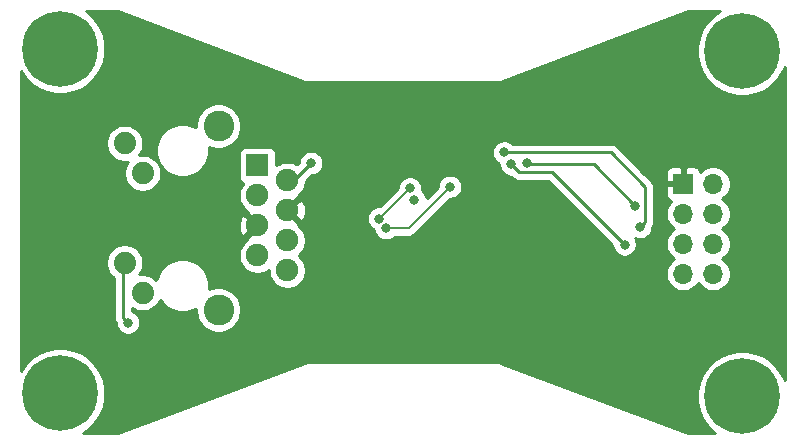
<source format=gbr>
%TF.GenerationSoftware,KiCad,Pcbnew,(5.1.6)-1*%
%TF.CreationDate,2020-09-26T17:15:15+05:30*%
%TF.ProjectId,ENC28J60_Dev_Board,454e4332-384a-4363-905f-4465765f426f,rev?*%
%TF.SameCoordinates,Original*%
%TF.FileFunction,Copper,L2,Bot*%
%TF.FilePolarity,Positive*%
%FSLAX46Y46*%
G04 Gerber Fmt 4.6, Leading zero omitted, Abs format (unit mm)*
G04 Created by KiCad (PCBNEW (5.1.6)-1) date 2020-09-26 17:15:15*
%MOMM*%
%LPD*%
G01*
G04 APERTURE LIST*
%TA.AperFunction,ComponentPad*%
%ADD10C,6.400000*%
%TD*%
%TA.AperFunction,ComponentPad*%
%ADD11C,0.800000*%
%TD*%
%TA.AperFunction,ComponentPad*%
%ADD12R,1.900000X1.900000*%
%TD*%
%TA.AperFunction,ComponentPad*%
%ADD13C,1.900000*%
%TD*%
%TA.AperFunction,ComponentPad*%
%ADD14C,1.890000*%
%TD*%
%TA.AperFunction,ComponentPad*%
%ADD15C,2.600000*%
%TD*%
%TA.AperFunction,ComponentPad*%
%ADD16R,1.700000X1.700000*%
%TD*%
%TA.AperFunction,ComponentPad*%
%ADD17O,1.700000X1.700000*%
%TD*%
%TA.AperFunction,ViaPad*%
%ADD18C,0.800000*%
%TD*%
%TA.AperFunction,Conductor*%
%ADD19C,0.250000*%
%TD*%
%TA.AperFunction,Conductor*%
%ADD20C,0.200000*%
%TD*%
%TA.AperFunction,Conductor*%
%ADD21C,0.254000*%
%TD*%
G04 APERTURE END LIST*
D10*
%TO.P,H1,1*%
%TO.N,N/C*%
X87000000Y-109000000D03*
D11*
X84600000Y-109000000D03*
X85302944Y-107302944D03*
X87000000Y-106600000D03*
X88697056Y-107302944D03*
X89400000Y-109000000D03*
X88697056Y-110697056D03*
X87000000Y-111400000D03*
X85302944Y-110697056D03*
%TD*%
%TO.P,H2,1*%
%TO.N,N/C*%
X143052944Y-110947056D03*
X144750000Y-111650000D03*
X146447056Y-110947056D03*
X147150000Y-109250000D03*
X146447056Y-107552944D03*
X144750000Y-106850000D03*
X143052944Y-107552944D03*
X142350000Y-109250000D03*
D10*
X144750000Y-109250000D03*
%TD*%
%TO.P,H3,1*%
%TO.N,N/C*%
X144750000Y-80000000D03*
D11*
X147150000Y-80000000D03*
X146447056Y-81697056D03*
X144750000Y-82400000D03*
X143052944Y-81697056D03*
X142350000Y-80000000D03*
X143052944Y-78302944D03*
X144750000Y-77600000D03*
X146447056Y-78302944D03*
%TD*%
%TO.P,H4,1*%
%TO.N,N/C*%
X88697056Y-78102944D03*
X87000000Y-77400000D03*
X85302944Y-78102944D03*
X84600000Y-79800000D03*
X85302944Y-81497056D03*
X87000000Y-82200000D03*
X88697056Y-81497056D03*
X89400000Y-79800000D03*
D10*
X87000000Y-79800000D03*
%TD*%
D12*
%TO.P,J1,R1*%
%TO.N,TD+*%
X103700000Y-89700000D03*
D13*
%TO.P,J1,R2*%
%TO.N,TD-*%
X106240000Y-90970000D03*
%TO.P,J1,R3*%
%TO.N,RD+*%
X103700000Y-92240000D03*
%TO.P,J1,R4*%
%TO.N,+3V3*%
X106240000Y-93510000D03*
%TO.P,J1,R5*%
X103700000Y-94780000D03*
%TO.P,J1,R6*%
%TO.N,RD-*%
X106240000Y-96050000D03*
%TO.P,J1,R7*%
%TO.N,Net-(J1-PadR7)*%
X103700000Y-97320000D03*
%TO.P,J1,R8*%
%TO.N,GND*%
X106240000Y-98590000D03*
D14*
%TO.P,J1,L1*%
%TO.N,LEDB*%
X93980000Y-100470000D03*
%TO.P,J1,L2*%
%TO.N,Net-(J1-PadL2)*%
X92460000Y-97930000D03*
%TO.P,J1,L3*%
%TO.N,Net-(J1-PadL3)*%
X93980000Y-90360000D03*
%TO.P,J1,L4*%
%TO.N,LEDA*%
X92460000Y-87820000D03*
D15*
%TO.P,J1,13*%
%TO.N,GND*%
X100410000Y-86370000D03*
X100410000Y-101920000D03*
%TD*%
D16*
%TO.P,J2,1*%
%TO.N,+3V3*%
X139750000Y-91250000D03*
D17*
%TO.P,J2,2*%
%TO.N,MOSI*%
X142290000Y-91250000D03*
%TO.P,J2,3*%
%TO.N,MISO*%
X139750000Y-93790000D03*
%TO.P,J2,4*%
%TO.N,SCK*%
X142290000Y-93790000D03*
%TO.P,J2,5*%
%TO.N,RESET*%
X139750000Y-96330000D03*
%TO.P,J2,6*%
%TO.N,INT*%
X142290000Y-96330000D03*
%TO.P,J2,7*%
%TO.N,nCS*%
X139750000Y-98870000D03*
%TO.P,J2,8*%
%TO.N,GND*%
X142290000Y-98870000D03*
%TD*%
D18*
%TO.N,+3V3*%
X121750000Y-100750000D03*
X129750000Y-97250000D03*
X131250000Y-95750000D03*
X119250000Y-85500000D03*
X112250000Y-87000000D03*
X113750000Y-87250000D03*
X115250000Y-87500000D03*
X116750000Y-87500000D03*
X118500000Y-87250000D03*
X121600000Y-98400000D03*
X121200000Y-94350000D03*
%TO.N,GND*%
X117000000Y-92600000D03*
%TO.N,TD-*%
X108250000Y-89500000D03*
%TO.N,RD+*%
X116618812Y-91638724D03*
X114000000Y-94200000D03*
%TO.N,RD-*%
X120000000Y-91500000D03*
X114600000Y-95000000D03*
%TO.N,Net-(J1-PadL2)*%
X92750000Y-103000000D03*
%TO.N,SCK*%
X135687347Y-93112653D03*
X126552829Y-89513523D03*
%TO.N,RESET*%
X136100000Y-94900000D03*
X124600000Y-88600000D03*
%TO.N,nCS*%
X134800000Y-96400000D03*
X125200000Y-89600000D03*
%TD*%
D19*
%TO.N,TD-*%
X106780000Y-90970000D02*
X106240000Y-90970000D01*
X108250000Y-89500000D02*
X106780000Y-90970000D01*
D20*
%TO.N,RD+*%
X114057536Y-94200000D02*
X114000000Y-94200000D01*
X114493812Y-93763724D02*
X114057536Y-94200000D01*
X116618812Y-91638724D02*
X114493812Y-93763724D01*
%TO.N,RD-*%
X116500000Y-95000000D02*
X114600000Y-95000000D01*
X120000000Y-91500000D02*
X116500000Y-95000000D01*
D19*
%TO.N,Net-(J1-PadL2)*%
X92350001Y-98039999D02*
X92460000Y-97930000D01*
X92350001Y-102600001D02*
X92350001Y-98039999D01*
X92750000Y-103000000D02*
X92350001Y-102600001D01*
%TO.N,SCK*%
X135687347Y-93112653D02*
X132174694Y-89600000D01*
X132174694Y-89600000D02*
X126639306Y-89600000D01*
X126639306Y-89600000D02*
X126552829Y-89513523D01*
%TO.N,RESET*%
X136499999Y-94500001D02*
X136499999Y-91499999D01*
X136100000Y-94900000D02*
X136499999Y-94500001D01*
X136499999Y-91499999D02*
X133600000Y-88600000D01*
X133600000Y-88600000D02*
X124600000Y-88600000D01*
%TO.N,nCS*%
X125838524Y-90238524D02*
X125200000Y-89600000D01*
X134800000Y-96400000D02*
X128638524Y-90238524D01*
X128638524Y-90238524D02*
X125838524Y-90238524D01*
%TD*%
D21*
%TO.N,+3V3*%
G36*
X107727387Y-82602651D02*
G01*
X107746207Y-82612710D01*
X107788104Y-82625420D01*
X107798612Y-82629360D01*
X107819128Y-82634831D01*
X107870617Y-82650450D01*
X107881853Y-82651557D01*
X107892756Y-82654464D01*
X107946428Y-82657917D01*
X107967581Y-82660000D01*
X107978814Y-82660000D01*
X108022496Y-82662810D01*
X108043644Y-82660000D01*
X123956356Y-82660000D01*
X123977504Y-82662810D01*
X124021186Y-82660000D01*
X124032419Y-82660000D01*
X124053573Y-82657917D01*
X124107243Y-82654464D01*
X124118145Y-82651557D01*
X124129383Y-82650450D01*
X124180885Y-82634827D01*
X124201386Y-82629360D01*
X124211885Y-82625423D01*
X124253793Y-82612710D01*
X124272617Y-82602648D01*
X140119682Y-76660000D01*
X142845845Y-76660000D01*
X142305330Y-77021161D01*
X141771161Y-77555330D01*
X141351467Y-78183446D01*
X141062377Y-78881372D01*
X140915000Y-79622285D01*
X140915000Y-80377715D01*
X141062377Y-81118628D01*
X141351467Y-81816554D01*
X141771161Y-82444670D01*
X142305330Y-82978839D01*
X142933446Y-83398533D01*
X143631372Y-83687623D01*
X144372285Y-83835000D01*
X145127715Y-83835000D01*
X145868628Y-83687623D01*
X146566554Y-83398533D01*
X147194670Y-82978839D01*
X147728839Y-82444670D01*
X148148533Y-81816554D01*
X148340000Y-81354311D01*
X148340001Y-107895691D01*
X148148533Y-107433446D01*
X147728839Y-106805330D01*
X147194670Y-106271161D01*
X146566554Y-105851467D01*
X145868628Y-105562377D01*
X145127715Y-105415000D01*
X144372285Y-105415000D01*
X143631372Y-105562377D01*
X142933446Y-105851467D01*
X142305330Y-106271161D01*
X141771161Y-106805330D01*
X141351467Y-107433446D01*
X141062377Y-108131372D01*
X140915000Y-108872285D01*
X140915000Y-109627715D01*
X141062377Y-110368628D01*
X141351467Y-111066554D01*
X141771161Y-111694670D01*
X142305330Y-112228839D01*
X142471694Y-112340000D01*
X140119682Y-112340000D01*
X124272617Y-106397352D01*
X124253793Y-106387290D01*
X124211885Y-106374577D01*
X124201386Y-106370640D01*
X124180885Y-106365173D01*
X124129383Y-106349550D01*
X124118145Y-106348443D01*
X124107243Y-106345536D01*
X124053573Y-106342083D01*
X124032419Y-106340000D01*
X124021186Y-106340000D01*
X123977504Y-106337190D01*
X123956356Y-106340000D01*
X108043644Y-106340000D01*
X108022496Y-106337190D01*
X107978814Y-106340000D01*
X107967581Y-106340000D01*
X107946428Y-106342083D01*
X107892756Y-106345536D01*
X107881853Y-106348443D01*
X107870617Y-106349550D01*
X107819128Y-106365169D01*
X107798612Y-106370640D01*
X107788104Y-106374580D01*
X107746207Y-106387290D01*
X107727387Y-106397349D01*
X91880320Y-112340000D01*
X88904155Y-112340000D01*
X89444670Y-111978839D01*
X89978839Y-111444670D01*
X90398533Y-110816554D01*
X90687623Y-110118628D01*
X90835000Y-109377715D01*
X90835000Y-108622285D01*
X90687623Y-107881372D01*
X90398533Y-107183446D01*
X89978839Y-106555330D01*
X89444670Y-106021161D01*
X88816554Y-105601467D01*
X88118628Y-105312377D01*
X87377715Y-105165000D01*
X86622285Y-105165000D01*
X85881372Y-105312377D01*
X85183446Y-105601467D01*
X84555330Y-106021161D01*
X84021161Y-106555330D01*
X83660000Y-107095845D01*
X83660000Y-97774384D01*
X90880000Y-97774384D01*
X90880000Y-98085616D01*
X90940718Y-98390869D01*
X91059822Y-98678411D01*
X91232734Y-98937191D01*
X91452809Y-99157266D01*
X91590002Y-99248936D01*
X91590001Y-102562678D01*
X91586325Y-102600001D01*
X91590001Y-102637323D01*
X91590001Y-102637333D01*
X91600998Y-102748986D01*
X91644455Y-102892247D01*
X91715000Y-103024226D01*
X91715000Y-103101939D01*
X91754774Y-103301898D01*
X91832795Y-103490256D01*
X91946063Y-103659774D01*
X92090226Y-103803937D01*
X92259744Y-103917205D01*
X92448102Y-103995226D01*
X92648061Y-104035000D01*
X92851939Y-104035000D01*
X93051898Y-103995226D01*
X93240256Y-103917205D01*
X93409774Y-103803937D01*
X93553937Y-103659774D01*
X93667205Y-103490256D01*
X93745226Y-103301898D01*
X93785000Y-103101939D01*
X93785000Y-102898061D01*
X93745226Y-102698102D01*
X93667205Y-102509744D01*
X93553937Y-102340226D01*
X93409774Y-102196063D01*
X93240256Y-102082795D01*
X93110001Y-102028841D01*
X93110001Y-101788935D01*
X93231589Y-101870178D01*
X93519131Y-101989282D01*
X93824384Y-102050000D01*
X94135616Y-102050000D01*
X94440869Y-101989282D01*
X94728411Y-101870178D01*
X94987191Y-101697266D01*
X95207266Y-101477191D01*
X95380178Y-101218411D01*
X95445006Y-101061902D01*
X95604544Y-101300666D01*
X95919334Y-101615456D01*
X96289489Y-101862786D01*
X96700782Y-102033149D01*
X97137409Y-102120000D01*
X97582591Y-102120000D01*
X98019218Y-102033149D01*
X98430511Y-101862786D01*
X98475000Y-101833059D01*
X98475000Y-102110581D01*
X98549361Y-102484419D01*
X98695225Y-102836566D01*
X98906987Y-103153491D01*
X99176509Y-103423013D01*
X99493434Y-103634775D01*
X99845581Y-103780639D01*
X100219419Y-103855000D01*
X100600581Y-103855000D01*
X100974419Y-103780639D01*
X101326566Y-103634775D01*
X101643491Y-103423013D01*
X101913013Y-103153491D01*
X102124775Y-102836566D01*
X102270639Y-102484419D01*
X102345000Y-102110581D01*
X102345000Y-101729419D01*
X102270639Y-101355581D01*
X102124775Y-101003434D01*
X101913013Y-100686509D01*
X101643491Y-100416987D01*
X101326566Y-100205225D01*
X100974419Y-100059361D01*
X100600581Y-99985000D01*
X100219419Y-99985000D01*
X99845581Y-100059361D01*
X99604781Y-100159104D01*
X99620000Y-100082591D01*
X99620000Y-99637409D01*
X99533149Y-99200782D01*
X99362786Y-98789489D01*
X99115456Y-98419334D01*
X98800666Y-98104544D01*
X98430511Y-97857214D01*
X98019218Y-97686851D01*
X97582591Y-97600000D01*
X97137409Y-97600000D01*
X96700782Y-97686851D01*
X96289489Y-97857214D01*
X95919334Y-98104544D01*
X95604544Y-98419334D01*
X95357214Y-98789489D01*
X95186851Y-99200782D01*
X95146765Y-99402308D01*
X94987191Y-99242734D01*
X94728411Y-99069822D01*
X94440869Y-98950718D01*
X94135616Y-98890000D01*
X93824384Y-98890000D01*
X93702614Y-98914221D01*
X93860178Y-98678411D01*
X93979282Y-98390869D01*
X94040000Y-98085616D01*
X94040000Y-97774384D01*
X93979282Y-97469131D01*
X93860178Y-97181589D01*
X93687266Y-96922809D01*
X93467191Y-96702734D01*
X93208411Y-96529822D01*
X92920869Y-96410718D01*
X92615616Y-96350000D01*
X92304384Y-96350000D01*
X91999131Y-96410718D01*
X91711589Y-96529822D01*
X91452809Y-96702734D01*
X91232734Y-96922809D01*
X91059822Y-97181589D01*
X90940718Y-97469131D01*
X90880000Y-97774384D01*
X83660000Y-97774384D01*
X83660000Y-94844573D01*
X102108641Y-94844573D01*
X102151816Y-95153791D01*
X102254487Y-95448644D01*
X102340958Y-95610421D01*
X102600248Y-95700147D01*
X103520395Y-94780000D01*
X102600248Y-93859853D01*
X102340958Y-93949579D01*
X102205065Y-94230671D01*
X102126621Y-94532873D01*
X102108641Y-94844573D01*
X83660000Y-94844573D01*
X83660000Y-87664384D01*
X90880000Y-87664384D01*
X90880000Y-87975616D01*
X90940718Y-88280869D01*
X91059822Y-88568411D01*
X91232734Y-88827191D01*
X91452809Y-89047266D01*
X91711589Y-89220178D01*
X91999131Y-89339282D01*
X92304384Y-89400000D01*
X92615616Y-89400000D01*
X92737386Y-89375779D01*
X92579822Y-89611589D01*
X92460718Y-89899131D01*
X92400000Y-90204384D01*
X92400000Y-90515616D01*
X92460718Y-90820869D01*
X92579822Y-91108411D01*
X92752734Y-91367191D01*
X92972809Y-91587266D01*
X93231589Y-91760178D01*
X93519131Y-91879282D01*
X93824384Y-91940000D01*
X94135616Y-91940000D01*
X94440869Y-91879282D01*
X94728411Y-91760178D01*
X94987191Y-91587266D01*
X95207266Y-91367191D01*
X95380178Y-91108411D01*
X95499282Y-90820869D01*
X95560000Y-90515616D01*
X95560000Y-90204384D01*
X95499282Y-89899131D01*
X95380178Y-89611589D01*
X95207266Y-89352809D01*
X94987191Y-89132734D01*
X94728411Y-88959822D01*
X94440869Y-88840718D01*
X94135616Y-88780000D01*
X93824384Y-88780000D01*
X93702614Y-88804221D01*
X93860178Y-88568411D01*
X93979282Y-88280869D01*
X93993893Y-88207409D01*
X95100000Y-88207409D01*
X95100000Y-88652591D01*
X95186851Y-89089218D01*
X95357214Y-89500511D01*
X95604544Y-89870666D01*
X95919334Y-90185456D01*
X96289489Y-90432786D01*
X96700782Y-90603149D01*
X97137409Y-90690000D01*
X97582591Y-90690000D01*
X98019218Y-90603149D01*
X98430511Y-90432786D01*
X98800666Y-90185456D01*
X99115456Y-89870666D01*
X99362786Y-89500511D01*
X99533149Y-89089218D01*
X99600624Y-88750000D01*
X102111928Y-88750000D01*
X102111928Y-90650000D01*
X102124188Y-90774482D01*
X102160498Y-90894180D01*
X102219463Y-91004494D01*
X102298815Y-91101185D01*
X102395506Y-91180537D01*
X102475289Y-91223182D01*
X102468850Y-91229621D01*
X102295391Y-91489221D01*
X102175911Y-91777673D01*
X102115000Y-92083891D01*
X102115000Y-92396109D01*
X102175911Y-92702327D01*
X102295391Y-92990779D01*
X102468850Y-93250379D01*
X102689621Y-93471150D01*
X102821676Y-93559387D01*
X102779853Y-93680248D01*
X103700000Y-94600395D01*
X103714143Y-94586253D01*
X103893748Y-94765858D01*
X103879605Y-94780000D01*
X103893748Y-94794143D01*
X103714143Y-94973748D01*
X103700000Y-94959605D01*
X102779853Y-95879752D01*
X102821676Y-96000613D01*
X102689621Y-96088850D01*
X102468850Y-96309621D01*
X102295391Y-96569221D01*
X102175911Y-96857673D01*
X102115000Y-97163891D01*
X102115000Y-97476109D01*
X102175911Y-97782327D01*
X102295391Y-98070779D01*
X102468850Y-98330379D01*
X102689621Y-98551150D01*
X102949221Y-98724609D01*
X103237673Y-98844089D01*
X103543891Y-98905000D01*
X103856109Y-98905000D01*
X104162327Y-98844089D01*
X104450779Y-98724609D01*
X104655000Y-98588153D01*
X104655000Y-98746109D01*
X104715911Y-99052327D01*
X104835391Y-99340779D01*
X105008850Y-99600379D01*
X105229621Y-99821150D01*
X105489221Y-99994609D01*
X105777673Y-100114089D01*
X106083891Y-100175000D01*
X106396109Y-100175000D01*
X106702327Y-100114089D01*
X106990779Y-99994609D01*
X107250379Y-99821150D01*
X107471150Y-99600379D01*
X107644609Y-99340779D01*
X107764089Y-99052327D01*
X107825000Y-98746109D01*
X107825000Y-98433891D01*
X107764089Y-98127673D01*
X107644609Y-97839221D01*
X107471150Y-97579621D01*
X107250379Y-97358850D01*
X107192236Y-97320000D01*
X107250379Y-97281150D01*
X107471150Y-97060379D01*
X107644609Y-96800779D01*
X107764089Y-96512327D01*
X107825000Y-96206109D01*
X107825000Y-95893891D01*
X107764089Y-95587673D01*
X107644609Y-95299221D01*
X107471150Y-95039621D01*
X107250379Y-94818850D01*
X107118324Y-94730613D01*
X107160147Y-94609752D01*
X106240000Y-93689605D01*
X106225858Y-93703748D01*
X106046253Y-93524143D01*
X106060395Y-93510000D01*
X106419605Y-93510000D01*
X107339752Y-94430147D01*
X107599042Y-94340421D01*
X107716210Y-94098061D01*
X112965000Y-94098061D01*
X112965000Y-94301939D01*
X113004774Y-94501898D01*
X113082795Y-94690256D01*
X113196063Y-94859774D01*
X113340226Y-95003937D01*
X113509744Y-95117205D01*
X113573271Y-95143519D01*
X113604774Y-95301898D01*
X113682795Y-95490256D01*
X113796063Y-95659774D01*
X113940226Y-95803937D01*
X114109744Y-95917205D01*
X114298102Y-95995226D01*
X114498061Y-96035000D01*
X114701939Y-96035000D01*
X114901898Y-95995226D01*
X115090256Y-95917205D01*
X115259774Y-95803937D01*
X115328711Y-95735000D01*
X116463895Y-95735000D01*
X116500000Y-95738556D01*
X116536105Y-95735000D01*
X116644085Y-95724365D01*
X116782633Y-95682337D01*
X116910320Y-95614087D01*
X117022238Y-95522238D01*
X117045259Y-95494187D01*
X120004447Y-92535000D01*
X120101939Y-92535000D01*
X120301898Y-92495226D01*
X120490256Y-92417205D01*
X120659774Y-92303937D01*
X120803937Y-92159774D01*
X120917205Y-91990256D01*
X120995226Y-91801898D01*
X121035000Y-91601939D01*
X121035000Y-91398061D01*
X120995226Y-91198102D01*
X120917205Y-91009744D01*
X120803937Y-90840226D01*
X120659774Y-90696063D01*
X120490256Y-90582795D01*
X120301898Y-90504774D01*
X120101939Y-90465000D01*
X119898061Y-90465000D01*
X119698102Y-90504774D01*
X119509744Y-90582795D01*
X119340226Y-90696063D01*
X119196063Y-90840226D01*
X119082795Y-91009744D01*
X119004774Y-91198102D01*
X118965000Y-91398061D01*
X118965000Y-91495553D01*
X118022970Y-92437583D01*
X117995226Y-92298102D01*
X117917205Y-92109744D01*
X117803937Y-91940226D01*
X117659774Y-91796063D01*
X117644785Y-91786047D01*
X117653812Y-91740663D01*
X117653812Y-91536785D01*
X117614038Y-91336826D01*
X117536017Y-91148468D01*
X117422749Y-90978950D01*
X117278586Y-90834787D01*
X117109068Y-90721519D01*
X116920710Y-90643498D01*
X116720751Y-90603724D01*
X116516873Y-90603724D01*
X116316914Y-90643498D01*
X116128556Y-90721519D01*
X115959038Y-90834787D01*
X115814875Y-90978950D01*
X115701607Y-91148468D01*
X115623586Y-91336826D01*
X115583812Y-91536785D01*
X115583812Y-91634277D01*
X114053090Y-93165000D01*
X113898061Y-93165000D01*
X113698102Y-93204774D01*
X113509744Y-93282795D01*
X113340226Y-93396063D01*
X113196063Y-93540226D01*
X113082795Y-93709744D01*
X113004774Y-93898102D01*
X112965000Y-94098061D01*
X107716210Y-94098061D01*
X107734935Y-94059329D01*
X107813379Y-93757127D01*
X107831359Y-93445427D01*
X107788184Y-93136209D01*
X107685513Y-92841356D01*
X107599042Y-92679579D01*
X107339752Y-92589853D01*
X106419605Y-93510000D01*
X106060395Y-93510000D01*
X106046253Y-93495858D01*
X106225858Y-93316253D01*
X106240000Y-93330395D01*
X107160147Y-92410248D01*
X107118324Y-92289387D01*
X107250379Y-92201150D01*
X107471150Y-91980379D01*
X107644609Y-91720779D01*
X107764089Y-91432327D01*
X107825000Y-91126109D01*
X107825000Y-90999801D01*
X108289802Y-90535000D01*
X108351939Y-90535000D01*
X108551898Y-90495226D01*
X108740256Y-90417205D01*
X108909774Y-90303937D01*
X109053937Y-90159774D01*
X109167205Y-89990256D01*
X109245226Y-89801898D01*
X109285000Y-89601939D01*
X109285000Y-89398061D01*
X109245226Y-89198102D01*
X109167205Y-89009744D01*
X109053937Y-88840226D01*
X108909774Y-88696063D01*
X108740256Y-88582795D01*
X108551898Y-88504774D01*
X108518150Y-88498061D01*
X123565000Y-88498061D01*
X123565000Y-88701939D01*
X123604774Y-88901898D01*
X123682795Y-89090256D01*
X123796063Y-89259774D01*
X123940226Y-89403937D01*
X124109744Y-89517205D01*
X124165000Y-89540093D01*
X124165000Y-89701939D01*
X124204774Y-89901898D01*
X124282795Y-90090256D01*
X124396063Y-90259774D01*
X124540226Y-90403937D01*
X124709744Y-90517205D01*
X124898102Y-90595226D01*
X125098061Y-90635000D01*
X125160198Y-90635000D01*
X125274724Y-90749526D01*
X125298523Y-90778525D01*
X125414248Y-90873498D01*
X125546277Y-90944070D01*
X125689538Y-90987527D01*
X125801191Y-90998524D01*
X125801200Y-90998524D01*
X125838523Y-91002200D01*
X125875846Y-90998524D01*
X128323723Y-90998524D01*
X133765000Y-96439802D01*
X133765000Y-96501939D01*
X133804774Y-96701898D01*
X133882795Y-96890256D01*
X133996063Y-97059774D01*
X134140226Y-97203937D01*
X134309744Y-97317205D01*
X134498102Y-97395226D01*
X134698061Y-97435000D01*
X134901939Y-97435000D01*
X135101898Y-97395226D01*
X135290256Y-97317205D01*
X135459774Y-97203937D01*
X135603937Y-97059774D01*
X135717205Y-96890256D01*
X135795226Y-96701898D01*
X135835000Y-96501939D01*
X135835000Y-96298061D01*
X135795226Y-96098102D01*
X135717205Y-95909744D01*
X135672834Y-95843338D01*
X135798102Y-95895226D01*
X135998061Y-95935000D01*
X136201939Y-95935000D01*
X136401898Y-95895226D01*
X136590256Y-95817205D01*
X136759774Y-95703937D01*
X136903937Y-95559774D01*
X137017205Y-95390256D01*
X137095226Y-95201898D01*
X137135000Y-95001939D01*
X137135000Y-94924226D01*
X137205545Y-94792248D01*
X137249002Y-94648987D01*
X137259999Y-94537334D01*
X137259999Y-94537324D01*
X137263675Y-94500002D01*
X137259999Y-94462679D01*
X137259999Y-92100000D01*
X138261928Y-92100000D01*
X138274188Y-92224482D01*
X138310498Y-92344180D01*
X138369463Y-92454494D01*
X138448815Y-92551185D01*
X138545506Y-92630537D01*
X138655820Y-92689502D01*
X138728380Y-92711513D01*
X138596525Y-92843368D01*
X138434010Y-93086589D01*
X138322068Y-93356842D01*
X138265000Y-93643740D01*
X138265000Y-93936260D01*
X138322068Y-94223158D01*
X138434010Y-94493411D01*
X138596525Y-94736632D01*
X138803368Y-94943475D01*
X138977760Y-95060000D01*
X138803368Y-95176525D01*
X138596525Y-95383368D01*
X138434010Y-95626589D01*
X138322068Y-95896842D01*
X138265000Y-96183740D01*
X138265000Y-96476260D01*
X138322068Y-96763158D01*
X138434010Y-97033411D01*
X138596525Y-97276632D01*
X138803368Y-97483475D01*
X138977760Y-97600000D01*
X138803368Y-97716525D01*
X138596525Y-97923368D01*
X138434010Y-98166589D01*
X138322068Y-98436842D01*
X138265000Y-98723740D01*
X138265000Y-99016260D01*
X138322068Y-99303158D01*
X138434010Y-99573411D01*
X138596525Y-99816632D01*
X138803368Y-100023475D01*
X139046589Y-100185990D01*
X139316842Y-100297932D01*
X139603740Y-100355000D01*
X139896260Y-100355000D01*
X140183158Y-100297932D01*
X140453411Y-100185990D01*
X140696632Y-100023475D01*
X140903475Y-99816632D01*
X141020000Y-99642240D01*
X141136525Y-99816632D01*
X141343368Y-100023475D01*
X141586589Y-100185990D01*
X141856842Y-100297932D01*
X142143740Y-100355000D01*
X142436260Y-100355000D01*
X142723158Y-100297932D01*
X142993411Y-100185990D01*
X143236632Y-100023475D01*
X143443475Y-99816632D01*
X143605990Y-99573411D01*
X143717932Y-99303158D01*
X143775000Y-99016260D01*
X143775000Y-98723740D01*
X143717932Y-98436842D01*
X143605990Y-98166589D01*
X143443475Y-97923368D01*
X143236632Y-97716525D01*
X143062240Y-97600000D01*
X143236632Y-97483475D01*
X143443475Y-97276632D01*
X143605990Y-97033411D01*
X143717932Y-96763158D01*
X143775000Y-96476260D01*
X143775000Y-96183740D01*
X143717932Y-95896842D01*
X143605990Y-95626589D01*
X143443475Y-95383368D01*
X143236632Y-95176525D01*
X143062240Y-95060000D01*
X143236632Y-94943475D01*
X143443475Y-94736632D01*
X143605990Y-94493411D01*
X143717932Y-94223158D01*
X143775000Y-93936260D01*
X143775000Y-93643740D01*
X143717932Y-93356842D01*
X143605990Y-93086589D01*
X143443475Y-92843368D01*
X143236632Y-92636525D01*
X143062240Y-92520000D01*
X143236632Y-92403475D01*
X143443475Y-92196632D01*
X143605990Y-91953411D01*
X143717932Y-91683158D01*
X143775000Y-91396260D01*
X143775000Y-91103740D01*
X143717932Y-90816842D01*
X143605990Y-90546589D01*
X143443475Y-90303368D01*
X143236632Y-90096525D01*
X142993411Y-89934010D01*
X142723158Y-89822068D01*
X142436260Y-89765000D01*
X142143740Y-89765000D01*
X141856842Y-89822068D01*
X141586589Y-89934010D01*
X141343368Y-90096525D01*
X141211513Y-90228380D01*
X141189502Y-90155820D01*
X141130537Y-90045506D01*
X141051185Y-89948815D01*
X140954494Y-89869463D01*
X140844180Y-89810498D01*
X140724482Y-89774188D01*
X140600000Y-89761928D01*
X140035750Y-89765000D01*
X139877000Y-89923750D01*
X139877000Y-91123000D01*
X139897000Y-91123000D01*
X139897000Y-91377000D01*
X139877000Y-91377000D01*
X139877000Y-91397000D01*
X139623000Y-91397000D01*
X139623000Y-91377000D01*
X138423750Y-91377000D01*
X138265000Y-91535750D01*
X138261928Y-92100000D01*
X137259999Y-92100000D01*
X137259999Y-91537322D01*
X137263675Y-91499999D01*
X137259999Y-91462676D01*
X137259999Y-91462666D01*
X137249002Y-91351013D01*
X137205545Y-91207752D01*
X137173857Y-91148468D01*
X137134973Y-91075722D01*
X137063798Y-90988996D01*
X137040000Y-90959998D01*
X137011002Y-90936200D01*
X136474802Y-90400000D01*
X138261928Y-90400000D01*
X138265000Y-90964250D01*
X138423750Y-91123000D01*
X139623000Y-91123000D01*
X139623000Y-89923750D01*
X139464250Y-89765000D01*
X138900000Y-89761928D01*
X138775518Y-89774188D01*
X138655820Y-89810498D01*
X138545506Y-89869463D01*
X138448815Y-89948815D01*
X138369463Y-90045506D01*
X138310498Y-90155820D01*
X138274188Y-90275518D01*
X138261928Y-90400000D01*
X136474802Y-90400000D01*
X134163804Y-88089003D01*
X134140001Y-88059999D01*
X134024276Y-87965026D01*
X133892247Y-87894454D01*
X133748986Y-87850997D01*
X133637333Y-87840000D01*
X133637322Y-87840000D01*
X133600000Y-87836324D01*
X133562678Y-87840000D01*
X125303711Y-87840000D01*
X125259774Y-87796063D01*
X125090256Y-87682795D01*
X124901898Y-87604774D01*
X124701939Y-87565000D01*
X124498061Y-87565000D01*
X124298102Y-87604774D01*
X124109744Y-87682795D01*
X123940226Y-87796063D01*
X123796063Y-87940226D01*
X123682795Y-88109744D01*
X123604774Y-88298102D01*
X123565000Y-88498061D01*
X108518150Y-88498061D01*
X108351939Y-88465000D01*
X108148061Y-88465000D01*
X107948102Y-88504774D01*
X107759744Y-88582795D01*
X107590226Y-88696063D01*
X107446063Y-88840226D01*
X107332795Y-89009744D01*
X107254774Y-89198102D01*
X107215000Y-89398061D01*
X107215000Y-89460198D01*
X107062131Y-89613067D01*
X106990779Y-89565391D01*
X106702327Y-89445911D01*
X106396109Y-89385000D01*
X106083891Y-89385000D01*
X105777673Y-89445911D01*
X105489221Y-89565391D01*
X105288072Y-89699794D01*
X105288072Y-88750000D01*
X105275812Y-88625518D01*
X105239502Y-88505820D01*
X105180537Y-88395506D01*
X105101185Y-88298815D01*
X105004494Y-88219463D01*
X104894180Y-88160498D01*
X104774482Y-88124188D01*
X104650000Y-88111928D01*
X102750000Y-88111928D01*
X102625518Y-88124188D01*
X102505820Y-88160498D01*
X102395506Y-88219463D01*
X102298815Y-88298815D01*
X102219463Y-88395506D01*
X102160498Y-88505820D01*
X102124188Y-88625518D01*
X102111928Y-88750000D01*
X99600624Y-88750000D01*
X99620000Y-88652591D01*
X99620000Y-88207409D01*
X99604781Y-88130896D01*
X99845581Y-88230639D01*
X100219419Y-88305000D01*
X100600581Y-88305000D01*
X100974419Y-88230639D01*
X101326566Y-88084775D01*
X101643491Y-87873013D01*
X101913013Y-87603491D01*
X102124775Y-87286566D01*
X102270639Y-86934419D01*
X102345000Y-86560581D01*
X102345000Y-86179419D01*
X102270639Y-85805581D01*
X102124775Y-85453434D01*
X101913013Y-85136509D01*
X101643491Y-84866987D01*
X101326566Y-84655225D01*
X100974419Y-84509361D01*
X100600581Y-84435000D01*
X100219419Y-84435000D01*
X99845581Y-84509361D01*
X99493434Y-84655225D01*
X99176509Y-84866987D01*
X98906987Y-85136509D01*
X98695225Y-85453434D01*
X98549361Y-85805581D01*
X98475000Y-86179419D01*
X98475000Y-86456941D01*
X98430511Y-86427214D01*
X98019218Y-86256851D01*
X97582591Y-86170000D01*
X97137409Y-86170000D01*
X96700782Y-86256851D01*
X96289489Y-86427214D01*
X95919334Y-86674544D01*
X95604544Y-86989334D01*
X95357214Y-87359489D01*
X95186851Y-87770782D01*
X95100000Y-88207409D01*
X93993893Y-88207409D01*
X94040000Y-87975616D01*
X94040000Y-87664384D01*
X93979282Y-87359131D01*
X93860178Y-87071589D01*
X93687266Y-86812809D01*
X93467191Y-86592734D01*
X93208411Y-86419822D01*
X92920869Y-86300718D01*
X92615616Y-86240000D01*
X92304384Y-86240000D01*
X91999131Y-86300718D01*
X91711589Y-86419822D01*
X91452809Y-86592734D01*
X91232734Y-86812809D01*
X91059822Y-87071589D01*
X90940718Y-87359131D01*
X90880000Y-87664384D01*
X83660000Y-87664384D01*
X83660000Y-81704155D01*
X84021161Y-82244670D01*
X84555330Y-82778839D01*
X85183446Y-83198533D01*
X85881372Y-83487623D01*
X86622285Y-83635000D01*
X87377715Y-83635000D01*
X88118628Y-83487623D01*
X88816554Y-83198533D01*
X89444670Y-82778839D01*
X89978839Y-82244670D01*
X90398533Y-81616554D01*
X90687623Y-80918628D01*
X90835000Y-80177715D01*
X90835000Y-79422285D01*
X90687623Y-78681372D01*
X90398533Y-77983446D01*
X89978839Y-77355330D01*
X89444670Y-76821161D01*
X89203476Y-76660000D01*
X91880320Y-76660000D01*
X107727387Y-82602651D01*
G37*
X107727387Y-82602651D02*
X107746207Y-82612710D01*
X107788104Y-82625420D01*
X107798612Y-82629360D01*
X107819128Y-82634831D01*
X107870617Y-82650450D01*
X107881853Y-82651557D01*
X107892756Y-82654464D01*
X107946428Y-82657917D01*
X107967581Y-82660000D01*
X107978814Y-82660000D01*
X108022496Y-82662810D01*
X108043644Y-82660000D01*
X123956356Y-82660000D01*
X123977504Y-82662810D01*
X124021186Y-82660000D01*
X124032419Y-82660000D01*
X124053573Y-82657917D01*
X124107243Y-82654464D01*
X124118145Y-82651557D01*
X124129383Y-82650450D01*
X124180885Y-82634827D01*
X124201386Y-82629360D01*
X124211885Y-82625423D01*
X124253793Y-82612710D01*
X124272617Y-82602648D01*
X140119682Y-76660000D01*
X142845845Y-76660000D01*
X142305330Y-77021161D01*
X141771161Y-77555330D01*
X141351467Y-78183446D01*
X141062377Y-78881372D01*
X140915000Y-79622285D01*
X140915000Y-80377715D01*
X141062377Y-81118628D01*
X141351467Y-81816554D01*
X141771161Y-82444670D01*
X142305330Y-82978839D01*
X142933446Y-83398533D01*
X143631372Y-83687623D01*
X144372285Y-83835000D01*
X145127715Y-83835000D01*
X145868628Y-83687623D01*
X146566554Y-83398533D01*
X147194670Y-82978839D01*
X147728839Y-82444670D01*
X148148533Y-81816554D01*
X148340000Y-81354311D01*
X148340001Y-107895691D01*
X148148533Y-107433446D01*
X147728839Y-106805330D01*
X147194670Y-106271161D01*
X146566554Y-105851467D01*
X145868628Y-105562377D01*
X145127715Y-105415000D01*
X144372285Y-105415000D01*
X143631372Y-105562377D01*
X142933446Y-105851467D01*
X142305330Y-106271161D01*
X141771161Y-106805330D01*
X141351467Y-107433446D01*
X141062377Y-108131372D01*
X140915000Y-108872285D01*
X140915000Y-109627715D01*
X141062377Y-110368628D01*
X141351467Y-111066554D01*
X141771161Y-111694670D01*
X142305330Y-112228839D01*
X142471694Y-112340000D01*
X140119682Y-112340000D01*
X124272617Y-106397352D01*
X124253793Y-106387290D01*
X124211885Y-106374577D01*
X124201386Y-106370640D01*
X124180885Y-106365173D01*
X124129383Y-106349550D01*
X124118145Y-106348443D01*
X124107243Y-106345536D01*
X124053573Y-106342083D01*
X124032419Y-106340000D01*
X124021186Y-106340000D01*
X123977504Y-106337190D01*
X123956356Y-106340000D01*
X108043644Y-106340000D01*
X108022496Y-106337190D01*
X107978814Y-106340000D01*
X107967581Y-106340000D01*
X107946428Y-106342083D01*
X107892756Y-106345536D01*
X107881853Y-106348443D01*
X107870617Y-106349550D01*
X107819128Y-106365169D01*
X107798612Y-106370640D01*
X107788104Y-106374580D01*
X107746207Y-106387290D01*
X107727387Y-106397349D01*
X91880320Y-112340000D01*
X88904155Y-112340000D01*
X89444670Y-111978839D01*
X89978839Y-111444670D01*
X90398533Y-110816554D01*
X90687623Y-110118628D01*
X90835000Y-109377715D01*
X90835000Y-108622285D01*
X90687623Y-107881372D01*
X90398533Y-107183446D01*
X89978839Y-106555330D01*
X89444670Y-106021161D01*
X88816554Y-105601467D01*
X88118628Y-105312377D01*
X87377715Y-105165000D01*
X86622285Y-105165000D01*
X85881372Y-105312377D01*
X85183446Y-105601467D01*
X84555330Y-106021161D01*
X84021161Y-106555330D01*
X83660000Y-107095845D01*
X83660000Y-97774384D01*
X90880000Y-97774384D01*
X90880000Y-98085616D01*
X90940718Y-98390869D01*
X91059822Y-98678411D01*
X91232734Y-98937191D01*
X91452809Y-99157266D01*
X91590002Y-99248936D01*
X91590001Y-102562678D01*
X91586325Y-102600001D01*
X91590001Y-102637323D01*
X91590001Y-102637333D01*
X91600998Y-102748986D01*
X91644455Y-102892247D01*
X91715000Y-103024226D01*
X91715000Y-103101939D01*
X91754774Y-103301898D01*
X91832795Y-103490256D01*
X91946063Y-103659774D01*
X92090226Y-103803937D01*
X92259744Y-103917205D01*
X92448102Y-103995226D01*
X92648061Y-104035000D01*
X92851939Y-104035000D01*
X93051898Y-103995226D01*
X93240256Y-103917205D01*
X93409774Y-103803937D01*
X93553937Y-103659774D01*
X93667205Y-103490256D01*
X93745226Y-103301898D01*
X93785000Y-103101939D01*
X93785000Y-102898061D01*
X93745226Y-102698102D01*
X93667205Y-102509744D01*
X93553937Y-102340226D01*
X93409774Y-102196063D01*
X93240256Y-102082795D01*
X93110001Y-102028841D01*
X93110001Y-101788935D01*
X93231589Y-101870178D01*
X93519131Y-101989282D01*
X93824384Y-102050000D01*
X94135616Y-102050000D01*
X94440869Y-101989282D01*
X94728411Y-101870178D01*
X94987191Y-101697266D01*
X95207266Y-101477191D01*
X95380178Y-101218411D01*
X95445006Y-101061902D01*
X95604544Y-101300666D01*
X95919334Y-101615456D01*
X96289489Y-101862786D01*
X96700782Y-102033149D01*
X97137409Y-102120000D01*
X97582591Y-102120000D01*
X98019218Y-102033149D01*
X98430511Y-101862786D01*
X98475000Y-101833059D01*
X98475000Y-102110581D01*
X98549361Y-102484419D01*
X98695225Y-102836566D01*
X98906987Y-103153491D01*
X99176509Y-103423013D01*
X99493434Y-103634775D01*
X99845581Y-103780639D01*
X100219419Y-103855000D01*
X100600581Y-103855000D01*
X100974419Y-103780639D01*
X101326566Y-103634775D01*
X101643491Y-103423013D01*
X101913013Y-103153491D01*
X102124775Y-102836566D01*
X102270639Y-102484419D01*
X102345000Y-102110581D01*
X102345000Y-101729419D01*
X102270639Y-101355581D01*
X102124775Y-101003434D01*
X101913013Y-100686509D01*
X101643491Y-100416987D01*
X101326566Y-100205225D01*
X100974419Y-100059361D01*
X100600581Y-99985000D01*
X100219419Y-99985000D01*
X99845581Y-100059361D01*
X99604781Y-100159104D01*
X99620000Y-100082591D01*
X99620000Y-99637409D01*
X99533149Y-99200782D01*
X99362786Y-98789489D01*
X99115456Y-98419334D01*
X98800666Y-98104544D01*
X98430511Y-97857214D01*
X98019218Y-97686851D01*
X97582591Y-97600000D01*
X97137409Y-97600000D01*
X96700782Y-97686851D01*
X96289489Y-97857214D01*
X95919334Y-98104544D01*
X95604544Y-98419334D01*
X95357214Y-98789489D01*
X95186851Y-99200782D01*
X95146765Y-99402308D01*
X94987191Y-99242734D01*
X94728411Y-99069822D01*
X94440869Y-98950718D01*
X94135616Y-98890000D01*
X93824384Y-98890000D01*
X93702614Y-98914221D01*
X93860178Y-98678411D01*
X93979282Y-98390869D01*
X94040000Y-98085616D01*
X94040000Y-97774384D01*
X93979282Y-97469131D01*
X93860178Y-97181589D01*
X93687266Y-96922809D01*
X93467191Y-96702734D01*
X93208411Y-96529822D01*
X92920869Y-96410718D01*
X92615616Y-96350000D01*
X92304384Y-96350000D01*
X91999131Y-96410718D01*
X91711589Y-96529822D01*
X91452809Y-96702734D01*
X91232734Y-96922809D01*
X91059822Y-97181589D01*
X90940718Y-97469131D01*
X90880000Y-97774384D01*
X83660000Y-97774384D01*
X83660000Y-94844573D01*
X102108641Y-94844573D01*
X102151816Y-95153791D01*
X102254487Y-95448644D01*
X102340958Y-95610421D01*
X102600248Y-95700147D01*
X103520395Y-94780000D01*
X102600248Y-93859853D01*
X102340958Y-93949579D01*
X102205065Y-94230671D01*
X102126621Y-94532873D01*
X102108641Y-94844573D01*
X83660000Y-94844573D01*
X83660000Y-87664384D01*
X90880000Y-87664384D01*
X90880000Y-87975616D01*
X90940718Y-88280869D01*
X91059822Y-88568411D01*
X91232734Y-88827191D01*
X91452809Y-89047266D01*
X91711589Y-89220178D01*
X91999131Y-89339282D01*
X92304384Y-89400000D01*
X92615616Y-89400000D01*
X92737386Y-89375779D01*
X92579822Y-89611589D01*
X92460718Y-89899131D01*
X92400000Y-90204384D01*
X92400000Y-90515616D01*
X92460718Y-90820869D01*
X92579822Y-91108411D01*
X92752734Y-91367191D01*
X92972809Y-91587266D01*
X93231589Y-91760178D01*
X93519131Y-91879282D01*
X93824384Y-91940000D01*
X94135616Y-91940000D01*
X94440869Y-91879282D01*
X94728411Y-91760178D01*
X94987191Y-91587266D01*
X95207266Y-91367191D01*
X95380178Y-91108411D01*
X95499282Y-90820869D01*
X95560000Y-90515616D01*
X95560000Y-90204384D01*
X95499282Y-89899131D01*
X95380178Y-89611589D01*
X95207266Y-89352809D01*
X94987191Y-89132734D01*
X94728411Y-88959822D01*
X94440869Y-88840718D01*
X94135616Y-88780000D01*
X93824384Y-88780000D01*
X93702614Y-88804221D01*
X93860178Y-88568411D01*
X93979282Y-88280869D01*
X93993893Y-88207409D01*
X95100000Y-88207409D01*
X95100000Y-88652591D01*
X95186851Y-89089218D01*
X95357214Y-89500511D01*
X95604544Y-89870666D01*
X95919334Y-90185456D01*
X96289489Y-90432786D01*
X96700782Y-90603149D01*
X97137409Y-90690000D01*
X97582591Y-90690000D01*
X98019218Y-90603149D01*
X98430511Y-90432786D01*
X98800666Y-90185456D01*
X99115456Y-89870666D01*
X99362786Y-89500511D01*
X99533149Y-89089218D01*
X99600624Y-88750000D01*
X102111928Y-88750000D01*
X102111928Y-90650000D01*
X102124188Y-90774482D01*
X102160498Y-90894180D01*
X102219463Y-91004494D01*
X102298815Y-91101185D01*
X102395506Y-91180537D01*
X102475289Y-91223182D01*
X102468850Y-91229621D01*
X102295391Y-91489221D01*
X102175911Y-91777673D01*
X102115000Y-92083891D01*
X102115000Y-92396109D01*
X102175911Y-92702327D01*
X102295391Y-92990779D01*
X102468850Y-93250379D01*
X102689621Y-93471150D01*
X102821676Y-93559387D01*
X102779853Y-93680248D01*
X103700000Y-94600395D01*
X103714143Y-94586253D01*
X103893748Y-94765858D01*
X103879605Y-94780000D01*
X103893748Y-94794143D01*
X103714143Y-94973748D01*
X103700000Y-94959605D01*
X102779853Y-95879752D01*
X102821676Y-96000613D01*
X102689621Y-96088850D01*
X102468850Y-96309621D01*
X102295391Y-96569221D01*
X102175911Y-96857673D01*
X102115000Y-97163891D01*
X102115000Y-97476109D01*
X102175911Y-97782327D01*
X102295391Y-98070779D01*
X102468850Y-98330379D01*
X102689621Y-98551150D01*
X102949221Y-98724609D01*
X103237673Y-98844089D01*
X103543891Y-98905000D01*
X103856109Y-98905000D01*
X104162327Y-98844089D01*
X104450779Y-98724609D01*
X104655000Y-98588153D01*
X104655000Y-98746109D01*
X104715911Y-99052327D01*
X104835391Y-99340779D01*
X105008850Y-99600379D01*
X105229621Y-99821150D01*
X105489221Y-99994609D01*
X105777673Y-100114089D01*
X106083891Y-100175000D01*
X106396109Y-100175000D01*
X106702327Y-100114089D01*
X106990779Y-99994609D01*
X107250379Y-99821150D01*
X107471150Y-99600379D01*
X107644609Y-99340779D01*
X107764089Y-99052327D01*
X107825000Y-98746109D01*
X107825000Y-98433891D01*
X107764089Y-98127673D01*
X107644609Y-97839221D01*
X107471150Y-97579621D01*
X107250379Y-97358850D01*
X107192236Y-97320000D01*
X107250379Y-97281150D01*
X107471150Y-97060379D01*
X107644609Y-96800779D01*
X107764089Y-96512327D01*
X107825000Y-96206109D01*
X107825000Y-95893891D01*
X107764089Y-95587673D01*
X107644609Y-95299221D01*
X107471150Y-95039621D01*
X107250379Y-94818850D01*
X107118324Y-94730613D01*
X107160147Y-94609752D01*
X106240000Y-93689605D01*
X106225858Y-93703748D01*
X106046253Y-93524143D01*
X106060395Y-93510000D01*
X106419605Y-93510000D01*
X107339752Y-94430147D01*
X107599042Y-94340421D01*
X107716210Y-94098061D01*
X112965000Y-94098061D01*
X112965000Y-94301939D01*
X113004774Y-94501898D01*
X113082795Y-94690256D01*
X113196063Y-94859774D01*
X113340226Y-95003937D01*
X113509744Y-95117205D01*
X113573271Y-95143519D01*
X113604774Y-95301898D01*
X113682795Y-95490256D01*
X113796063Y-95659774D01*
X113940226Y-95803937D01*
X114109744Y-95917205D01*
X114298102Y-95995226D01*
X114498061Y-96035000D01*
X114701939Y-96035000D01*
X114901898Y-95995226D01*
X115090256Y-95917205D01*
X115259774Y-95803937D01*
X115328711Y-95735000D01*
X116463895Y-95735000D01*
X116500000Y-95738556D01*
X116536105Y-95735000D01*
X116644085Y-95724365D01*
X116782633Y-95682337D01*
X116910320Y-95614087D01*
X117022238Y-95522238D01*
X117045259Y-95494187D01*
X120004447Y-92535000D01*
X120101939Y-92535000D01*
X120301898Y-92495226D01*
X120490256Y-92417205D01*
X120659774Y-92303937D01*
X120803937Y-92159774D01*
X120917205Y-91990256D01*
X120995226Y-91801898D01*
X121035000Y-91601939D01*
X121035000Y-91398061D01*
X120995226Y-91198102D01*
X120917205Y-91009744D01*
X120803937Y-90840226D01*
X120659774Y-90696063D01*
X120490256Y-90582795D01*
X120301898Y-90504774D01*
X120101939Y-90465000D01*
X119898061Y-90465000D01*
X119698102Y-90504774D01*
X119509744Y-90582795D01*
X119340226Y-90696063D01*
X119196063Y-90840226D01*
X119082795Y-91009744D01*
X119004774Y-91198102D01*
X118965000Y-91398061D01*
X118965000Y-91495553D01*
X118022970Y-92437583D01*
X117995226Y-92298102D01*
X117917205Y-92109744D01*
X117803937Y-91940226D01*
X117659774Y-91796063D01*
X117644785Y-91786047D01*
X117653812Y-91740663D01*
X117653812Y-91536785D01*
X117614038Y-91336826D01*
X117536017Y-91148468D01*
X117422749Y-90978950D01*
X117278586Y-90834787D01*
X117109068Y-90721519D01*
X116920710Y-90643498D01*
X116720751Y-90603724D01*
X116516873Y-90603724D01*
X116316914Y-90643498D01*
X116128556Y-90721519D01*
X115959038Y-90834787D01*
X115814875Y-90978950D01*
X115701607Y-91148468D01*
X115623586Y-91336826D01*
X115583812Y-91536785D01*
X115583812Y-91634277D01*
X114053090Y-93165000D01*
X113898061Y-93165000D01*
X113698102Y-93204774D01*
X113509744Y-93282795D01*
X113340226Y-93396063D01*
X113196063Y-93540226D01*
X113082795Y-93709744D01*
X113004774Y-93898102D01*
X112965000Y-94098061D01*
X107716210Y-94098061D01*
X107734935Y-94059329D01*
X107813379Y-93757127D01*
X107831359Y-93445427D01*
X107788184Y-93136209D01*
X107685513Y-92841356D01*
X107599042Y-92679579D01*
X107339752Y-92589853D01*
X106419605Y-93510000D01*
X106060395Y-93510000D01*
X106046253Y-93495858D01*
X106225858Y-93316253D01*
X106240000Y-93330395D01*
X107160147Y-92410248D01*
X107118324Y-92289387D01*
X107250379Y-92201150D01*
X107471150Y-91980379D01*
X107644609Y-91720779D01*
X107764089Y-91432327D01*
X107825000Y-91126109D01*
X107825000Y-90999801D01*
X108289802Y-90535000D01*
X108351939Y-90535000D01*
X108551898Y-90495226D01*
X108740256Y-90417205D01*
X108909774Y-90303937D01*
X109053937Y-90159774D01*
X109167205Y-89990256D01*
X109245226Y-89801898D01*
X109285000Y-89601939D01*
X109285000Y-89398061D01*
X109245226Y-89198102D01*
X109167205Y-89009744D01*
X109053937Y-88840226D01*
X108909774Y-88696063D01*
X108740256Y-88582795D01*
X108551898Y-88504774D01*
X108518150Y-88498061D01*
X123565000Y-88498061D01*
X123565000Y-88701939D01*
X123604774Y-88901898D01*
X123682795Y-89090256D01*
X123796063Y-89259774D01*
X123940226Y-89403937D01*
X124109744Y-89517205D01*
X124165000Y-89540093D01*
X124165000Y-89701939D01*
X124204774Y-89901898D01*
X124282795Y-90090256D01*
X124396063Y-90259774D01*
X124540226Y-90403937D01*
X124709744Y-90517205D01*
X124898102Y-90595226D01*
X125098061Y-90635000D01*
X125160198Y-90635000D01*
X125274724Y-90749526D01*
X125298523Y-90778525D01*
X125414248Y-90873498D01*
X125546277Y-90944070D01*
X125689538Y-90987527D01*
X125801191Y-90998524D01*
X125801200Y-90998524D01*
X125838523Y-91002200D01*
X125875846Y-90998524D01*
X128323723Y-90998524D01*
X133765000Y-96439802D01*
X133765000Y-96501939D01*
X133804774Y-96701898D01*
X133882795Y-96890256D01*
X133996063Y-97059774D01*
X134140226Y-97203937D01*
X134309744Y-97317205D01*
X134498102Y-97395226D01*
X134698061Y-97435000D01*
X134901939Y-97435000D01*
X135101898Y-97395226D01*
X135290256Y-97317205D01*
X135459774Y-97203937D01*
X135603937Y-97059774D01*
X135717205Y-96890256D01*
X135795226Y-96701898D01*
X135835000Y-96501939D01*
X135835000Y-96298061D01*
X135795226Y-96098102D01*
X135717205Y-95909744D01*
X135672834Y-95843338D01*
X135798102Y-95895226D01*
X135998061Y-95935000D01*
X136201939Y-95935000D01*
X136401898Y-95895226D01*
X136590256Y-95817205D01*
X136759774Y-95703937D01*
X136903937Y-95559774D01*
X137017205Y-95390256D01*
X137095226Y-95201898D01*
X137135000Y-95001939D01*
X137135000Y-94924226D01*
X137205545Y-94792248D01*
X137249002Y-94648987D01*
X137259999Y-94537334D01*
X137259999Y-94537324D01*
X137263675Y-94500002D01*
X137259999Y-94462679D01*
X137259999Y-92100000D01*
X138261928Y-92100000D01*
X138274188Y-92224482D01*
X138310498Y-92344180D01*
X138369463Y-92454494D01*
X138448815Y-92551185D01*
X138545506Y-92630537D01*
X138655820Y-92689502D01*
X138728380Y-92711513D01*
X138596525Y-92843368D01*
X138434010Y-93086589D01*
X138322068Y-93356842D01*
X138265000Y-93643740D01*
X138265000Y-93936260D01*
X138322068Y-94223158D01*
X138434010Y-94493411D01*
X138596525Y-94736632D01*
X138803368Y-94943475D01*
X138977760Y-95060000D01*
X138803368Y-95176525D01*
X138596525Y-95383368D01*
X138434010Y-95626589D01*
X138322068Y-95896842D01*
X138265000Y-96183740D01*
X138265000Y-96476260D01*
X138322068Y-96763158D01*
X138434010Y-97033411D01*
X138596525Y-97276632D01*
X138803368Y-97483475D01*
X138977760Y-97600000D01*
X138803368Y-97716525D01*
X138596525Y-97923368D01*
X138434010Y-98166589D01*
X138322068Y-98436842D01*
X138265000Y-98723740D01*
X138265000Y-99016260D01*
X138322068Y-99303158D01*
X138434010Y-99573411D01*
X138596525Y-99816632D01*
X138803368Y-100023475D01*
X139046589Y-100185990D01*
X139316842Y-100297932D01*
X139603740Y-100355000D01*
X139896260Y-100355000D01*
X140183158Y-100297932D01*
X140453411Y-100185990D01*
X140696632Y-100023475D01*
X140903475Y-99816632D01*
X141020000Y-99642240D01*
X141136525Y-99816632D01*
X141343368Y-100023475D01*
X141586589Y-100185990D01*
X141856842Y-100297932D01*
X142143740Y-100355000D01*
X142436260Y-100355000D01*
X142723158Y-100297932D01*
X142993411Y-100185990D01*
X143236632Y-100023475D01*
X143443475Y-99816632D01*
X143605990Y-99573411D01*
X143717932Y-99303158D01*
X143775000Y-99016260D01*
X143775000Y-98723740D01*
X143717932Y-98436842D01*
X143605990Y-98166589D01*
X143443475Y-97923368D01*
X143236632Y-97716525D01*
X143062240Y-97600000D01*
X143236632Y-97483475D01*
X143443475Y-97276632D01*
X143605990Y-97033411D01*
X143717932Y-96763158D01*
X143775000Y-96476260D01*
X143775000Y-96183740D01*
X143717932Y-95896842D01*
X143605990Y-95626589D01*
X143443475Y-95383368D01*
X143236632Y-95176525D01*
X143062240Y-95060000D01*
X143236632Y-94943475D01*
X143443475Y-94736632D01*
X143605990Y-94493411D01*
X143717932Y-94223158D01*
X143775000Y-93936260D01*
X143775000Y-93643740D01*
X143717932Y-93356842D01*
X143605990Y-93086589D01*
X143443475Y-92843368D01*
X143236632Y-92636525D01*
X143062240Y-92520000D01*
X143236632Y-92403475D01*
X143443475Y-92196632D01*
X143605990Y-91953411D01*
X143717932Y-91683158D01*
X143775000Y-91396260D01*
X143775000Y-91103740D01*
X143717932Y-90816842D01*
X143605990Y-90546589D01*
X143443475Y-90303368D01*
X143236632Y-90096525D01*
X142993411Y-89934010D01*
X142723158Y-89822068D01*
X142436260Y-89765000D01*
X142143740Y-89765000D01*
X141856842Y-89822068D01*
X141586589Y-89934010D01*
X141343368Y-90096525D01*
X141211513Y-90228380D01*
X141189502Y-90155820D01*
X141130537Y-90045506D01*
X141051185Y-89948815D01*
X140954494Y-89869463D01*
X140844180Y-89810498D01*
X140724482Y-89774188D01*
X140600000Y-89761928D01*
X140035750Y-89765000D01*
X139877000Y-89923750D01*
X139877000Y-91123000D01*
X139897000Y-91123000D01*
X139897000Y-91377000D01*
X139877000Y-91377000D01*
X139877000Y-91397000D01*
X139623000Y-91397000D01*
X139623000Y-91377000D01*
X138423750Y-91377000D01*
X138265000Y-91535750D01*
X138261928Y-92100000D01*
X137259999Y-92100000D01*
X137259999Y-91537322D01*
X137263675Y-91499999D01*
X137259999Y-91462676D01*
X137259999Y-91462666D01*
X137249002Y-91351013D01*
X137205545Y-91207752D01*
X137173857Y-91148468D01*
X137134973Y-91075722D01*
X137063798Y-90988996D01*
X137040000Y-90959998D01*
X137011002Y-90936200D01*
X136474802Y-90400000D01*
X138261928Y-90400000D01*
X138265000Y-90964250D01*
X138423750Y-91123000D01*
X139623000Y-91123000D01*
X139623000Y-89923750D01*
X139464250Y-89765000D01*
X138900000Y-89761928D01*
X138775518Y-89774188D01*
X138655820Y-89810498D01*
X138545506Y-89869463D01*
X138448815Y-89948815D01*
X138369463Y-90045506D01*
X138310498Y-90155820D01*
X138274188Y-90275518D01*
X138261928Y-90400000D01*
X136474802Y-90400000D01*
X134163804Y-88089003D01*
X134140001Y-88059999D01*
X134024276Y-87965026D01*
X133892247Y-87894454D01*
X133748986Y-87850997D01*
X133637333Y-87840000D01*
X133637322Y-87840000D01*
X133600000Y-87836324D01*
X133562678Y-87840000D01*
X125303711Y-87840000D01*
X125259774Y-87796063D01*
X125090256Y-87682795D01*
X124901898Y-87604774D01*
X124701939Y-87565000D01*
X124498061Y-87565000D01*
X124298102Y-87604774D01*
X124109744Y-87682795D01*
X123940226Y-87796063D01*
X123796063Y-87940226D01*
X123682795Y-88109744D01*
X123604774Y-88298102D01*
X123565000Y-88498061D01*
X108518150Y-88498061D01*
X108351939Y-88465000D01*
X108148061Y-88465000D01*
X107948102Y-88504774D01*
X107759744Y-88582795D01*
X107590226Y-88696063D01*
X107446063Y-88840226D01*
X107332795Y-89009744D01*
X107254774Y-89198102D01*
X107215000Y-89398061D01*
X107215000Y-89460198D01*
X107062131Y-89613067D01*
X106990779Y-89565391D01*
X106702327Y-89445911D01*
X106396109Y-89385000D01*
X106083891Y-89385000D01*
X105777673Y-89445911D01*
X105489221Y-89565391D01*
X105288072Y-89699794D01*
X105288072Y-88750000D01*
X105275812Y-88625518D01*
X105239502Y-88505820D01*
X105180537Y-88395506D01*
X105101185Y-88298815D01*
X105004494Y-88219463D01*
X104894180Y-88160498D01*
X104774482Y-88124188D01*
X104650000Y-88111928D01*
X102750000Y-88111928D01*
X102625518Y-88124188D01*
X102505820Y-88160498D01*
X102395506Y-88219463D01*
X102298815Y-88298815D01*
X102219463Y-88395506D01*
X102160498Y-88505820D01*
X102124188Y-88625518D01*
X102111928Y-88750000D01*
X99600624Y-88750000D01*
X99620000Y-88652591D01*
X99620000Y-88207409D01*
X99604781Y-88130896D01*
X99845581Y-88230639D01*
X100219419Y-88305000D01*
X100600581Y-88305000D01*
X100974419Y-88230639D01*
X101326566Y-88084775D01*
X101643491Y-87873013D01*
X101913013Y-87603491D01*
X102124775Y-87286566D01*
X102270639Y-86934419D01*
X102345000Y-86560581D01*
X102345000Y-86179419D01*
X102270639Y-85805581D01*
X102124775Y-85453434D01*
X101913013Y-85136509D01*
X101643491Y-84866987D01*
X101326566Y-84655225D01*
X100974419Y-84509361D01*
X100600581Y-84435000D01*
X100219419Y-84435000D01*
X99845581Y-84509361D01*
X99493434Y-84655225D01*
X99176509Y-84866987D01*
X98906987Y-85136509D01*
X98695225Y-85453434D01*
X98549361Y-85805581D01*
X98475000Y-86179419D01*
X98475000Y-86456941D01*
X98430511Y-86427214D01*
X98019218Y-86256851D01*
X97582591Y-86170000D01*
X97137409Y-86170000D01*
X96700782Y-86256851D01*
X96289489Y-86427214D01*
X95919334Y-86674544D01*
X95604544Y-86989334D01*
X95357214Y-87359489D01*
X95186851Y-87770782D01*
X95100000Y-88207409D01*
X93993893Y-88207409D01*
X94040000Y-87975616D01*
X94040000Y-87664384D01*
X93979282Y-87359131D01*
X93860178Y-87071589D01*
X93687266Y-86812809D01*
X93467191Y-86592734D01*
X93208411Y-86419822D01*
X92920869Y-86300718D01*
X92615616Y-86240000D01*
X92304384Y-86240000D01*
X91999131Y-86300718D01*
X91711589Y-86419822D01*
X91452809Y-86592734D01*
X91232734Y-86812809D01*
X91059822Y-87071589D01*
X90940718Y-87359131D01*
X90880000Y-87664384D01*
X83660000Y-87664384D01*
X83660000Y-81704155D01*
X84021161Y-82244670D01*
X84555330Y-82778839D01*
X85183446Y-83198533D01*
X85881372Y-83487623D01*
X86622285Y-83635000D01*
X87377715Y-83635000D01*
X88118628Y-83487623D01*
X88816554Y-83198533D01*
X89444670Y-82778839D01*
X89978839Y-82244670D01*
X90398533Y-81616554D01*
X90687623Y-80918628D01*
X90835000Y-80177715D01*
X90835000Y-79422285D01*
X90687623Y-78681372D01*
X90398533Y-77983446D01*
X89978839Y-77355330D01*
X89444670Y-76821161D01*
X89203476Y-76660000D01*
X91880320Y-76660000D01*
X107727387Y-82602651D01*
%TD*%
M02*

</source>
